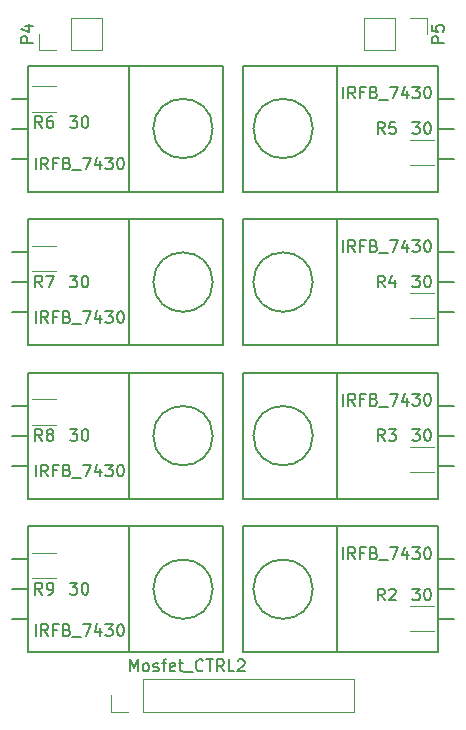
<source format=gbr>
G04 #@! TF.FileFunction,Legend,Top*
%FSLAX46Y46*%
G04 Gerber Fmt 4.6, Leading zero omitted, Abs format (unit mm)*
G04 Created by KiCad (PCBNEW 4.0.4-stable) date 03/07/19 13:46:32*
%MOMM*%
%LPD*%
G01*
G04 APERTURE LIST*
%ADD10C,0.100000*%
%ADD11C,0.150000*%
%ADD12C,0.120000*%
G04 APERTURE END LIST*
D10*
X42300000Y10400000D02*
X42300000Y10800000D01*
X42300000Y9200000D02*
X42300000Y10400000D01*
X42300000Y9500000D02*
X42300000Y9200000D01*
D11*
X42317000Y47460000D02*
X43714000Y47460000D01*
X42317000Y50000000D02*
X43714000Y50000000D01*
X42317000Y52540000D02*
X43714000Y52540000D01*
X31750472Y50000000D02*
G75*
G03X31750472Y50000000I-2514472J0D01*
G01*
X33808000Y55334000D02*
X25807000Y55334000D01*
X25807000Y55334000D02*
X25807000Y44666000D01*
X25807000Y44666000D02*
X33808000Y44666000D01*
X42317000Y55334000D02*
X33808000Y55334000D01*
X33808000Y55334000D02*
X33808000Y44666000D01*
X33808000Y44666000D02*
X42317000Y44666000D01*
X42317000Y50000000D02*
X42317000Y44666000D01*
X42317000Y50000000D02*
X42317000Y55334000D01*
X7683000Y39540000D02*
X6286000Y39540000D01*
X7683000Y37000000D02*
X6286000Y37000000D01*
X7683000Y34460000D02*
X6286000Y34460000D01*
X23278472Y37000000D02*
G75*
G03X23278472Y37000000I-2514472J0D01*
G01*
X16192000Y31666000D02*
X24193000Y31666000D01*
X24193000Y31666000D02*
X24193000Y42334000D01*
X24193000Y42334000D02*
X16192000Y42334000D01*
X7683000Y31666000D02*
X16192000Y31666000D01*
X16192000Y31666000D02*
X16192000Y42334000D01*
X16192000Y42334000D02*
X7683000Y42334000D01*
X7683000Y37000000D02*
X7683000Y42334000D01*
X7683000Y37000000D02*
X7683000Y31666000D01*
X42317000Y34460000D02*
X43714000Y34460000D01*
X42317000Y37000000D02*
X43714000Y37000000D01*
X42317000Y39540000D02*
X43714000Y39540000D01*
X31750472Y37000000D02*
G75*
G03X31750472Y37000000I-2514472J0D01*
G01*
X33808000Y42334000D02*
X25807000Y42334000D01*
X25807000Y42334000D02*
X25807000Y31666000D01*
X25807000Y31666000D02*
X33808000Y31666000D01*
X42317000Y42334000D02*
X33808000Y42334000D01*
X33808000Y42334000D02*
X33808000Y31666000D01*
X33808000Y31666000D02*
X42317000Y31666000D01*
X42317000Y37000000D02*
X42317000Y31666000D01*
X42317000Y37000000D02*
X42317000Y42334000D01*
X7683000Y52540000D02*
X6286000Y52540000D01*
X7683000Y50000000D02*
X6286000Y50000000D01*
X7683000Y47460000D02*
X6286000Y47460000D01*
X23278472Y50000000D02*
G75*
G03X23278472Y50000000I-2514472J0D01*
G01*
X16192000Y44666000D02*
X24193000Y44666000D01*
X24193000Y44666000D02*
X24193000Y55334000D01*
X24193000Y55334000D02*
X16192000Y55334000D01*
X7683000Y44666000D02*
X16192000Y44666000D01*
X16192000Y44666000D02*
X16192000Y55334000D01*
X16192000Y55334000D02*
X7683000Y55334000D01*
X7683000Y50000000D02*
X7683000Y55334000D01*
X7683000Y50000000D02*
X7683000Y44666000D01*
D12*
X11270000Y56610000D02*
X13930000Y56610000D01*
X13930000Y56610000D02*
X13930000Y59390000D01*
X13930000Y59390000D02*
X11270000Y59390000D01*
X11270000Y59390000D02*
X11270000Y56610000D01*
X10000000Y56610000D02*
X8610000Y56610000D01*
X8610000Y56610000D02*
X8610000Y58000000D01*
X38730000Y59390000D02*
X36070000Y59390000D01*
X36070000Y59390000D02*
X36070000Y56610000D01*
X36070000Y56610000D02*
X38730000Y56610000D01*
X38730000Y56610000D02*
X38730000Y59390000D01*
X40000000Y59390000D02*
X41390000Y59390000D01*
X41390000Y59390000D02*
X41390000Y58000000D01*
D11*
X42317000Y8460000D02*
X43714000Y8460000D01*
X42317000Y11000000D02*
X43714000Y11000000D01*
X42317000Y13540000D02*
X43714000Y13540000D01*
X31750472Y11000000D02*
G75*
G03X31750472Y11000000I-2514472J0D01*
G01*
X33808000Y16334000D02*
X25807000Y16334000D01*
X25807000Y16334000D02*
X25807000Y5666000D01*
X25807000Y5666000D02*
X33808000Y5666000D01*
X42317000Y16334000D02*
X33808000Y16334000D01*
X33808000Y16334000D02*
X33808000Y5666000D01*
X33808000Y5666000D02*
X42317000Y5666000D01*
X42317000Y11000000D02*
X42317000Y5666000D01*
X42317000Y11000000D02*
X42317000Y16334000D01*
X42317000Y21460000D02*
X43714000Y21460000D01*
X42317000Y24000000D02*
X43714000Y24000000D01*
X42317000Y26540000D02*
X43714000Y26540000D01*
X31750472Y24000000D02*
G75*
G03X31750472Y24000000I-2514472J0D01*
G01*
X33808000Y29334000D02*
X25807000Y29334000D01*
X25807000Y29334000D02*
X25807000Y18666000D01*
X25807000Y18666000D02*
X33808000Y18666000D01*
X42317000Y29334000D02*
X33808000Y29334000D01*
X33808000Y29334000D02*
X33808000Y18666000D01*
X33808000Y18666000D02*
X42317000Y18666000D01*
X42317000Y24000000D02*
X42317000Y18666000D01*
X42317000Y24000000D02*
X42317000Y29334000D01*
X7683000Y26540000D02*
X6286000Y26540000D01*
X7683000Y24000000D02*
X6286000Y24000000D01*
X7683000Y21460000D02*
X6286000Y21460000D01*
X23278472Y24000000D02*
G75*
G03X23278472Y24000000I-2514472J0D01*
G01*
X16192000Y18666000D02*
X24193000Y18666000D01*
X24193000Y18666000D02*
X24193000Y29334000D01*
X24193000Y29334000D02*
X16192000Y29334000D01*
X7683000Y18666000D02*
X16192000Y18666000D01*
X16192000Y18666000D02*
X16192000Y29334000D01*
X16192000Y29334000D02*
X7683000Y29334000D01*
X7683000Y24000000D02*
X7683000Y29334000D01*
X7683000Y24000000D02*
X7683000Y18666000D01*
X7683000Y13540000D02*
X6286000Y13540000D01*
X7683000Y11000000D02*
X6286000Y11000000D01*
X7683000Y8460000D02*
X6286000Y8460000D01*
X23278472Y11000000D02*
G75*
G03X23278472Y11000000I-2514472J0D01*
G01*
X16192000Y5666000D02*
X24193000Y5666000D01*
X24193000Y5666000D02*
X24193000Y16334000D01*
X24193000Y16334000D02*
X16192000Y16334000D01*
X7683000Y5666000D02*
X16192000Y5666000D01*
X16192000Y5666000D02*
X16192000Y16334000D01*
X16192000Y16334000D02*
X7683000Y16334000D01*
X7683000Y11000000D02*
X7683000Y16334000D01*
X7683000Y11000000D02*
X7683000Y5666000D01*
D12*
X17370000Y610000D02*
X35270000Y610000D01*
X35270000Y610000D02*
X35270000Y3390000D01*
X35270000Y3390000D02*
X17370000Y3390000D01*
X17370000Y3390000D02*
X17370000Y610000D01*
X16100000Y610000D02*
X14710000Y610000D01*
X14710000Y610000D02*
X14710000Y2000000D01*
X40000000Y9570000D02*
X42000000Y9570000D01*
X42000000Y7430000D02*
X40000000Y7430000D01*
X40000000Y23070000D02*
X42000000Y23070000D01*
X42000000Y20930000D02*
X40000000Y20930000D01*
X40000000Y36070000D02*
X42000000Y36070000D01*
X42000000Y33930000D02*
X40000000Y33930000D01*
X40000000Y49070000D02*
X42000000Y49070000D01*
X42000000Y46930000D02*
X40000000Y46930000D01*
X10000000Y51430000D02*
X8000000Y51430000D01*
X8000000Y53570000D02*
X10000000Y53570000D01*
X10000000Y37930000D02*
X8000000Y37930000D01*
X8000000Y40070000D02*
X10000000Y40070000D01*
X10000000Y24930000D02*
X8000000Y24930000D01*
X8000000Y27070000D02*
X10000000Y27070000D01*
X10000000Y11930000D02*
X8000000Y11930000D01*
X8000000Y14070000D02*
X10000000Y14070000D01*
D11*
X34285714Y52547619D02*
X34285714Y53547619D01*
X35333333Y52547619D02*
X34999999Y53023810D01*
X34761904Y52547619D02*
X34761904Y53547619D01*
X35142857Y53547619D01*
X35238095Y53500000D01*
X35285714Y53452381D01*
X35333333Y53357143D01*
X35333333Y53214286D01*
X35285714Y53119048D01*
X35238095Y53071429D01*
X35142857Y53023810D01*
X34761904Y53023810D01*
X36095238Y53071429D02*
X35761904Y53071429D01*
X35761904Y52547619D02*
X35761904Y53547619D01*
X36238095Y53547619D01*
X36952381Y53071429D02*
X37095238Y53023810D01*
X37142857Y52976190D01*
X37190476Y52880952D01*
X37190476Y52738095D01*
X37142857Y52642857D01*
X37095238Y52595238D01*
X37000000Y52547619D01*
X36619047Y52547619D01*
X36619047Y53547619D01*
X36952381Y53547619D01*
X37047619Y53500000D01*
X37095238Y53452381D01*
X37142857Y53357143D01*
X37142857Y53261905D01*
X37095238Y53166667D01*
X37047619Y53119048D01*
X36952381Y53071429D01*
X36619047Y53071429D01*
X37380952Y52452381D02*
X38142857Y52452381D01*
X38285714Y53547619D02*
X38952381Y53547619D01*
X38523809Y52547619D01*
X39761905Y53214286D02*
X39761905Y52547619D01*
X39523809Y53595238D02*
X39285714Y52880952D01*
X39904762Y52880952D01*
X40190476Y53547619D02*
X40809524Y53547619D01*
X40476190Y53166667D01*
X40619048Y53166667D01*
X40714286Y53119048D01*
X40761905Y53071429D01*
X40809524Y52976190D01*
X40809524Y52738095D01*
X40761905Y52642857D01*
X40714286Y52595238D01*
X40619048Y52547619D01*
X40333333Y52547619D01*
X40238095Y52595238D01*
X40190476Y52642857D01*
X41428571Y53547619D02*
X41523810Y53547619D01*
X41619048Y53500000D01*
X41666667Y53452381D01*
X41714286Y53357143D01*
X41761905Y53166667D01*
X41761905Y52928571D01*
X41714286Y52738095D01*
X41666667Y52642857D01*
X41619048Y52595238D01*
X41523810Y52547619D01*
X41428571Y52547619D01*
X41333333Y52595238D01*
X41285714Y52642857D01*
X41238095Y52738095D01*
X41190476Y52928571D01*
X41190476Y53166667D01*
X41238095Y53357143D01*
X41285714Y53452381D01*
X41333333Y53500000D01*
X41428571Y53547619D01*
X8285714Y33547619D02*
X8285714Y34547619D01*
X9333333Y33547619D02*
X8999999Y34023810D01*
X8761904Y33547619D02*
X8761904Y34547619D01*
X9142857Y34547619D01*
X9238095Y34500000D01*
X9285714Y34452381D01*
X9333333Y34357143D01*
X9333333Y34214286D01*
X9285714Y34119048D01*
X9238095Y34071429D01*
X9142857Y34023810D01*
X8761904Y34023810D01*
X10095238Y34071429D02*
X9761904Y34071429D01*
X9761904Y33547619D02*
X9761904Y34547619D01*
X10238095Y34547619D01*
X10952381Y34071429D02*
X11095238Y34023810D01*
X11142857Y33976190D01*
X11190476Y33880952D01*
X11190476Y33738095D01*
X11142857Y33642857D01*
X11095238Y33595238D01*
X11000000Y33547619D01*
X10619047Y33547619D01*
X10619047Y34547619D01*
X10952381Y34547619D01*
X11047619Y34500000D01*
X11095238Y34452381D01*
X11142857Y34357143D01*
X11142857Y34261905D01*
X11095238Y34166667D01*
X11047619Y34119048D01*
X10952381Y34071429D01*
X10619047Y34071429D01*
X11380952Y33452381D02*
X12142857Y33452381D01*
X12285714Y34547619D02*
X12952381Y34547619D01*
X12523809Y33547619D01*
X13761905Y34214286D02*
X13761905Y33547619D01*
X13523809Y34595238D02*
X13285714Y33880952D01*
X13904762Y33880952D01*
X14190476Y34547619D02*
X14809524Y34547619D01*
X14476190Y34166667D01*
X14619048Y34166667D01*
X14714286Y34119048D01*
X14761905Y34071429D01*
X14809524Y33976190D01*
X14809524Y33738095D01*
X14761905Y33642857D01*
X14714286Y33595238D01*
X14619048Y33547619D01*
X14333333Y33547619D01*
X14238095Y33595238D01*
X14190476Y33642857D01*
X15428571Y34547619D02*
X15523810Y34547619D01*
X15619048Y34500000D01*
X15666667Y34452381D01*
X15714286Y34357143D01*
X15761905Y34166667D01*
X15761905Y33928571D01*
X15714286Y33738095D01*
X15666667Y33642857D01*
X15619048Y33595238D01*
X15523810Y33547619D01*
X15428571Y33547619D01*
X15333333Y33595238D01*
X15285714Y33642857D01*
X15238095Y33738095D01*
X15190476Y33928571D01*
X15190476Y34166667D01*
X15238095Y34357143D01*
X15285714Y34452381D01*
X15333333Y34500000D01*
X15428571Y34547619D01*
X34285714Y39547619D02*
X34285714Y40547619D01*
X35333333Y39547619D02*
X34999999Y40023810D01*
X34761904Y39547619D02*
X34761904Y40547619D01*
X35142857Y40547619D01*
X35238095Y40500000D01*
X35285714Y40452381D01*
X35333333Y40357143D01*
X35333333Y40214286D01*
X35285714Y40119048D01*
X35238095Y40071429D01*
X35142857Y40023810D01*
X34761904Y40023810D01*
X36095238Y40071429D02*
X35761904Y40071429D01*
X35761904Y39547619D02*
X35761904Y40547619D01*
X36238095Y40547619D01*
X36952381Y40071429D02*
X37095238Y40023810D01*
X37142857Y39976190D01*
X37190476Y39880952D01*
X37190476Y39738095D01*
X37142857Y39642857D01*
X37095238Y39595238D01*
X37000000Y39547619D01*
X36619047Y39547619D01*
X36619047Y40547619D01*
X36952381Y40547619D01*
X37047619Y40500000D01*
X37095238Y40452381D01*
X37142857Y40357143D01*
X37142857Y40261905D01*
X37095238Y40166667D01*
X37047619Y40119048D01*
X36952381Y40071429D01*
X36619047Y40071429D01*
X37380952Y39452381D02*
X38142857Y39452381D01*
X38285714Y40547619D02*
X38952381Y40547619D01*
X38523809Y39547619D01*
X39761905Y40214286D02*
X39761905Y39547619D01*
X39523809Y40595238D02*
X39285714Y39880952D01*
X39904762Y39880952D01*
X40190476Y40547619D02*
X40809524Y40547619D01*
X40476190Y40166667D01*
X40619048Y40166667D01*
X40714286Y40119048D01*
X40761905Y40071429D01*
X40809524Y39976190D01*
X40809524Y39738095D01*
X40761905Y39642857D01*
X40714286Y39595238D01*
X40619048Y39547619D01*
X40333333Y39547619D01*
X40238095Y39595238D01*
X40190476Y39642857D01*
X41428571Y40547619D02*
X41523810Y40547619D01*
X41619048Y40500000D01*
X41666667Y40452381D01*
X41714286Y40357143D01*
X41761905Y40166667D01*
X41761905Y39928571D01*
X41714286Y39738095D01*
X41666667Y39642857D01*
X41619048Y39595238D01*
X41523810Y39547619D01*
X41428571Y39547619D01*
X41333333Y39595238D01*
X41285714Y39642857D01*
X41238095Y39738095D01*
X41190476Y39928571D01*
X41190476Y40166667D01*
X41238095Y40357143D01*
X41285714Y40452381D01*
X41333333Y40500000D01*
X41428571Y40547619D01*
X8285714Y46547619D02*
X8285714Y47547619D01*
X9333333Y46547619D02*
X8999999Y47023810D01*
X8761904Y46547619D02*
X8761904Y47547619D01*
X9142857Y47547619D01*
X9238095Y47500000D01*
X9285714Y47452381D01*
X9333333Y47357143D01*
X9333333Y47214286D01*
X9285714Y47119048D01*
X9238095Y47071429D01*
X9142857Y47023810D01*
X8761904Y47023810D01*
X10095238Y47071429D02*
X9761904Y47071429D01*
X9761904Y46547619D02*
X9761904Y47547619D01*
X10238095Y47547619D01*
X10952381Y47071429D02*
X11095238Y47023810D01*
X11142857Y46976190D01*
X11190476Y46880952D01*
X11190476Y46738095D01*
X11142857Y46642857D01*
X11095238Y46595238D01*
X11000000Y46547619D01*
X10619047Y46547619D01*
X10619047Y47547619D01*
X10952381Y47547619D01*
X11047619Y47500000D01*
X11095238Y47452381D01*
X11142857Y47357143D01*
X11142857Y47261905D01*
X11095238Y47166667D01*
X11047619Y47119048D01*
X10952381Y47071429D01*
X10619047Y47071429D01*
X11380952Y46452381D02*
X12142857Y46452381D01*
X12285714Y47547619D02*
X12952381Y47547619D01*
X12523809Y46547619D01*
X13761905Y47214286D02*
X13761905Y46547619D01*
X13523809Y47595238D02*
X13285714Y46880952D01*
X13904762Y46880952D01*
X14190476Y47547619D02*
X14809524Y47547619D01*
X14476190Y47166667D01*
X14619048Y47166667D01*
X14714286Y47119048D01*
X14761905Y47071429D01*
X14809524Y46976190D01*
X14809524Y46738095D01*
X14761905Y46642857D01*
X14714286Y46595238D01*
X14619048Y46547619D01*
X14333333Y46547619D01*
X14238095Y46595238D01*
X14190476Y46642857D01*
X15428571Y47547619D02*
X15523810Y47547619D01*
X15619048Y47500000D01*
X15666667Y47452381D01*
X15714286Y47357143D01*
X15761905Y47166667D01*
X15761905Y46928571D01*
X15714286Y46738095D01*
X15666667Y46642857D01*
X15619048Y46595238D01*
X15523810Y46547619D01*
X15428571Y46547619D01*
X15333333Y46595238D01*
X15285714Y46642857D01*
X15238095Y46738095D01*
X15190476Y46928571D01*
X15190476Y47166667D01*
X15238095Y47357143D01*
X15285714Y47452381D01*
X15333333Y47500000D01*
X15428571Y47547619D01*
X8062381Y57261905D02*
X7062381Y57261905D01*
X7062381Y57642858D01*
X7110000Y57738096D01*
X7157619Y57785715D01*
X7252857Y57833334D01*
X7395714Y57833334D01*
X7490952Y57785715D01*
X7538571Y57738096D01*
X7586190Y57642858D01*
X7586190Y57261905D01*
X7395714Y58690477D02*
X8062381Y58690477D01*
X7014762Y58452381D02*
X7729048Y58214286D01*
X7729048Y58833334D01*
X42842381Y57261905D02*
X41842381Y57261905D01*
X41842381Y57642858D01*
X41890000Y57738096D01*
X41937619Y57785715D01*
X42032857Y57833334D01*
X42175714Y57833334D01*
X42270952Y57785715D01*
X42318571Y57738096D01*
X42366190Y57642858D01*
X42366190Y57261905D01*
X41842381Y58738096D02*
X41842381Y58261905D01*
X42318571Y58214286D01*
X42270952Y58261905D01*
X42223333Y58357143D01*
X42223333Y58595239D01*
X42270952Y58690477D01*
X42318571Y58738096D01*
X42413810Y58785715D01*
X42651905Y58785715D01*
X42747143Y58738096D01*
X42794762Y58690477D01*
X42842381Y58595239D01*
X42842381Y58357143D01*
X42794762Y58261905D01*
X42747143Y58214286D01*
X34285714Y13547619D02*
X34285714Y14547619D01*
X35333333Y13547619D02*
X34999999Y14023810D01*
X34761904Y13547619D02*
X34761904Y14547619D01*
X35142857Y14547619D01*
X35238095Y14500000D01*
X35285714Y14452381D01*
X35333333Y14357143D01*
X35333333Y14214286D01*
X35285714Y14119048D01*
X35238095Y14071429D01*
X35142857Y14023810D01*
X34761904Y14023810D01*
X36095238Y14071429D02*
X35761904Y14071429D01*
X35761904Y13547619D02*
X35761904Y14547619D01*
X36238095Y14547619D01*
X36952381Y14071429D02*
X37095238Y14023810D01*
X37142857Y13976190D01*
X37190476Y13880952D01*
X37190476Y13738095D01*
X37142857Y13642857D01*
X37095238Y13595238D01*
X37000000Y13547619D01*
X36619047Y13547619D01*
X36619047Y14547619D01*
X36952381Y14547619D01*
X37047619Y14500000D01*
X37095238Y14452381D01*
X37142857Y14357143D01*
X37142857Y14261905D01*
X37095238Y14166667D01*
X37047619Y14119048D01*
X36952381Y14071429D01*
X36619047Y14071429D01*
X37380952Y13452381D02*
X38142857Y13452381D01*
X38285714Y14547619D02*
X38952381Y14547619D01*
X38523809Y13547619D01*
X39761905Y14214286D02*
X39761905Y13547619D01*
X39523809Y14595238D02*
X39285714Y13880952D01*
X39904762Y13880952D01*
X40190476Y14547619D02*
X40809524Y14547619D01*
X40476190Y14166667D01*
X40619048Y14166667D01*
X40714286Y14119048D01*
X40761905Y14071429D01*
X40809524Y13976190D01*
X40809524Y13738095D01*
X40761905Y13642857D01*
X40714286Y13595238D01*
X40619048Y13547619D01*
X40333333Y13547619D01*
X40238095Y13595238D01*
X40190476Y13642857D01*
X41428571Y14547619D02*
X41523810Y14547619D01*
X41619048Y14500000D01*
X41666667Y14452381D01*
X41714286Y14357143D01*
X41761905Y14166667D01*
X41761905Y13928571D01*
X41714286Y13738095D01*
X41666667Y13642857D01*
X41619048Y13595238D01*
X41523810Y13547619D01*
X41428571Y13547619D01*
X41333333Y13595238D01*
X41285714Y13642857D01*
X41238095Y13738095D01*
X41190476Y13928571D01*
X41190476Y14166667D01*
X41238095Y14357143D01*
X41285714Y14452381D01*
X41333333Y14500000D01*
X41428571Y14547619D01*
X34285714Y26547619D02*
X34285714Y27547619D01*
X35333333Y26547619D02*
X34999999Y27023810D01*
X34761904Y26547619D02*
X34761904Y27547619D01*
X35142857Y27547619D01*
X35238095Y27500000D01*
X35285714Y27452381D01*
X35333333Y27357143D01*
X35333333Y27214286D01*
X35285714Y27119048D01*
X35238095Y27071429D01*
X35142857Y27023810D01*
X34761904Y27023810D01*
X36095238Y27071429D02*
X35761904Y27071429D01*
X35761904Y26547619D02*
X35761904Y27547619D01*
X36238095Y27547619D01*
X36952381Y27071429D02*
X37095238Y27023810D01*
X37142857Y26976190D01*
X37190476Y26880952D01*
X37190476Y26738095D01*
X37142857Y26642857D01*
X37095238Y26595238D01*
X37000000Y26547619D01*
X36619047Y26547619D01*
X36619047Y27547619D01*
X36952381Y27547619D01*
X37047619Y27500000D01*
X37095238Y27452381D01*
X37142857Y27357143D01*
X37142857Y27261905D01*
X37095238Y27166667D01*
X37047619Y27119048D01*
X36952381Y27071429D01*
X36619047Y27071429D01*
X37380952Y26452381D02*
X38142857Y26452381D01*
X38285714Y27547619D02*
X38952381Y27547619D01*
X38523809Y26547619D01*
X39761905Y27214286D02*
X39761905Y26547619D01*
X39523809Y27595238D02*
X39285714Y26880952D01*
X39904762Y26880952D01*
X40190476Y27547619D02*
X40809524Y27547619D01*
X40476190Y27166667D01*
X40619048Y27166667D01*
X40714286Y27119048D01*
X40761905Y27071429D01*
X40809524Y26976190D01*
X40809524Y26738095D01*
X40761905Y26642857D01*
X40714286Y26595238D01*
X40619048Y26547619D01*
X40333333Y26547619D01*
X40238095Y26595238D01*
X40190476Y26642857D01*
X41428571Y27547619D02*
X41523810Y27547619D01*
X41619048Y27500000D01*
X41666667Y27452381D01*
X41714286Y27357143D01*
X41761905Y27166667D01*
X41761905Y26928571D01*
X41714286Y26738095D01*
X41666667Y26642857D01*
X41619048Y26595238D01*
X41523810Y26547619D01*
X41428571Y26547619D01*
X41333333Y26595238D01*
X41285714Y26642857D01*
X41238095Y26738095D01*
X41190476Y26928571D01*
X41190476Y27166667D01*
X41238095Y27357143D01*
X41285714Y27452381D01*
X41333333Y27500000D01*
X41428571Y27547619D01*
X8285714Y20547619D02*
X8285714Y21547619D01*
X9333333Y20547619D02*
X8999999Y21023810D01*
X8761904Y20547619D02*
X8761904Y21547619D01*
X9142857Y21547619D01*
X9238095Y21500000D01*
X9285714Y21452381D01*
X9333333Y21357143D01*
X9333333Y21214286D01*
X9285714Y21119048D01*
X9238095Y21071429D01*
X9142857Y21023810D01*
X8761904Y21023810D01*
X10095238Y21071429D02*
X9761904Y21071429D01*
X9761904Y20547619D02*
X9761904Y21547619D01*
X10238095Y21547619D01*
X10952381Y21071429D02*
X11095238Y21023810D01*
X11142857Y20976190D01*
X11190476Y20880952D01*
X11190476Y20738095D01*
X11142857Y20642857D01*
X11095238Y20595238D01*
X11000000Y20547619D01*
X10619047Y20547619D01*
X10619047Y21547619D01*
X10952381Y21547619D01*
X11047619Y21500000D01*
X11095238Y21452381D01*
X11142857Y21357143D01*
X11142857Y21261905D01*
X11095238Y21166667D01*
X11047619Y21119048D01*
X10952381Y21071429D01*
X10619047Y21071429D01*
X11380952Y20452381D02*
X12142857Y20452381D01*
X12285714Y21547619D02*
X12952381Y21547619D01*
X12523809Y20547619D01*
X13761905Y21214286D02*
X13761905Y20547619D01*
X13523809Y21595238D02*
X13285714Y20880952D01*
X13904762Y20880952D01*
X14190476Y21547619D02*
X14809524Y21547619D01*
X14476190Y21166667D01*
X14619048Y21166667D01*
X14714286Y21119048D01*
X14761905Y21071429D01*
X14809524Y20976190D01*
X14809524Y20738095D01*
X14761905Y20642857D01*
X14714286Y20595238D01*
X14619048Y20547619D01*
X14333333Y20547619D01*
X14238095Y20595238D01*
X14190476Y20642857D01*
X15428571Y21547619D02*
X15523810Y21547619D01*
X15619048Y21500000D01*
X15666667Y21452381D01*
X15714286Y21357143D01*
X15761905Y21166667D01*
X15761905Y20928571D01*
X15714286Y20738095D01*
X15666667Y20642857D01*
X15619048Y20595238D01*
X15523810Y20547619D01*
X15428571Y20547619D01*
X15333333Y20595238D01*
X15285714Y20642857D01*
X15238095Y20738095D01*
X15190476Y20928571D01*
X15190476Y21166667D01*
X15238095Y21357143D01*
X15285714Y21452381D01*
X15333333Y21500000D01*
X15428571Y21547619D01*
X8285714Y7047619D02*
X8285714Y8047619D01*
X9333333Y7047619D02*
X8999999Y7523810D01*
X8761904Y7047619D02*
X8761904Y8047619D01*
X9142857Y8047619D01*
X9238095Y8000000D01*
X9285714Y7952381D01*
X9333333Y7857143D01*
X9333333Y7714286D01*
X9285714Y7619048D01*
X9238095Y7571429D01*
X9142857Y7523810D01*
X8761904Y7523810D01*
X10095238Y7571429D02*
X9761904Y7571429D01*
X9761904Y7047619D02*
X9761904Y8047619D01*
X10238095Y8047619D01*
X10952381Y7571429D02*
X11095238Y7523810D01*
X11142857Y7476190D01*
X11190476Y7380952D01*
X11190476Y7238095D01*
X11142857Y7142857D01*
X11095238Y7095238D01*
X11000000Y7047619D01*
X10619047Y7047619D01*
X10619047Y8047619D01*
X10952381Y8047619D01*
X11047619Y8000000D01*
X11095238Y7952381D01*
X11142857Y7857143D01*
X11142857Y7761905D01*
X11095238Y7666667D01*
X11047619Y7619048D01*
X10952381Y7571429D01*
X10619047Y7571429D01*
X11380952Y6952381D02*
X12142857Y6952381D01*
X12285714Y8047619D02*
X12952381Y8047619D01*
X12523809Y7047619D01*
X13761905Y7714286D02*
X13761905Y7047619D01*
X13523809Y8095238D02*
X13285714Y7380952D01*
X13904762Y7380952D01*
X14190476Y8047619D02*
X14809524Y8047619D01*
X14476190Y7666667D01*
X14619048Y7666667D01*
X14714286Y7619048D01*
X14761905Y7571429D01*
X14809524Y7476190D01*
X14809524Y7238095D01*
X14761905Y7142857D01*
X14714286Y7095238D01*
X14619048Y7047619D01*
X14333333Y7047619D01*
X14238095Y7095238D01*
X14190476Y7142857D01*
X15428571Y8047619D02*
X15523810Y8047619D01*
X15619048Y8000000D01*
X15666667Y7952381D01*
X15714286Y7857143D01*
X15761905Y7666667D01*
X15761905Y7428571D01*
X15714286Y7238095D01*
X15666667Y7142857D01*
X15619048Y7095238D01*
X15523810Y7047619D01*
X15428571Y7047619D01*
X15333333Y7095238D01*
X15285714Y7142857D01*
X15238095Y7238095D01*
X15190476Y7428571D01*
X15190476Y7666667D01*
X15238095Y7857143D01*
X15285714Y7952381D01*
X15333333Y8000000D01*
X15428571Y8047619D01*
X16266666Y4047619D02*
X16266666Y5047619D01*
X16600000Y4333333D01*
X16933333Y5047619D01*
X16933333Y4047619D01*
X17552380Y4047619D02*
X17457142Y4095238D01*
X17409523Y4142857D01*
X17361904Y4238095D01*
X17361904Y4523810D01*
X17409523Y4619048D01*
X17457142Y4666667D01*
X17552380Y4714286D01*
X17695238Y4714286D01*
X17790476Y4666667D01*
X17838095Y4619048D01*
X17885714Y4523810D01*
X17885714Y4238095D01*
X17838095Y4142857D01*
X17790476Y4095238D01*
X17695238Y4047619D01*
X17552380Y4047619D01*
X18266666Y4095238D02*
X18361904Y4047619D01*
X18552380Y4047619D01*
X18647619Y4095238D01*
X18695238Y4190476D01*
X18695238Y4238095D01*
X18647619Y4333333D01*
X18552380Y4380952D01*
X18409523Y4380952D01*
X18314285Y4428571D01*
X18266666Y4523810D01*
X18266666Y4571429D01*
X18314285Y4666667D01*
X18409523Y4714286D01*
X18552380Y4714286D01*
X18647619Y4666667D01*
X18980952Y4714286D02*
X19361904Y4714286D01*
X19123809Y4047619D02*
X19123809Y4904762D01*
X19171428Y5000000D01*
X19266666Y5047619D01*
X19361904Y5047619D01*
X20076191Y4095238D02*
X19980953Y4047619D01*
X19790476Y4047619D01*
X19695238Y4095238D01*
X19647619Y4190476D01*
X19647619Y4571429D01*
X19695238Y4666667D01*
X19790476Y4714286D01*
X19980953Y4714286D01*
X20076191Y4666667D01*
X20123810Y4571429D01*
X20123810Y4476190D01*
X19647619Y4380952D01*
X20409524Y4714286D02*
X20790476Y4714286D01*
X20552381Y5047619D02*
X20552381Y4190476D01*
X20600000Y4095238D01*
X20695238Y4047619D01*
X20790476Y4047619D01*
X20885715Y3952381D02*
X21647620Y3952381D01*
X22457144Y4142857D02*
X22409525Y4095238D01*
X22266668Y4047619D01*
X22171430Y4047619D01*
X22028572Y4095238D01*
X21933334Y4190476D01*
X21885715Y4285714D01*
X21838096Y4476190D01*
X21838096Y4619048D01*
X21885715Y4809524D01*
X21933334Y4904762D01*
X22028572Y5000000D01*
X22171430Y5047619D01*
X22266668Y5047619D01*
X22409525Y5000000D01*
X22457144Y4952381D01*
X22742858Y5047619D02*
X23314287Y5047619D01*
X23028572Y4047619D02*
X23028572Y5047619D01*
X24219049Y4047619D02*
X23885715Y4523810D01*
X23647620Y4047619D02*
X23647620Y5047619D01*
X24028573Y5047619D01*
X24123811Y5000000D01*
X24171430Y4952381D01*
X24219049Y4857143D01*
X24219049Y4714286D01*
X24171430Y4619048D01*
X24123811Y4571429D01*
X24028573Y4523810D01*
X23647620Y4523810D01*
X25123811Y4047619D02*
X24647620Y4047619D01*
X24647620Y5047619D01*
X25409525Y4952381D02*
X25457144Y5000000D01*
X25552382Y5047619D01*
X25790478Y5047619D01*
X25885716Y5000000D01*
X25933335Y4952381D01*
X25980954Y4857143D01*
X25980954Y4761905D01*
X25933335Y4619048D01*
X25361906Y4047619D01*
X25980954Y4047619D01*
X37833334Y10047619D02*
X37500000Y10523810D01*
X37261905Y10047619D02*
X37261905Y11047619D01*
X37642858Y11047619D01*
X37738096Y11000000D01*
X37785715Y10952381D01*
X37833334Y10857143D01*
X37833334Y10714286D01*
X37785715Y10619048D01*
X37738096Y10571429D01*
X37642858Y10523810D01*
X37261905Y10523810D01*
X38214286Y10952381D02*
X38261905Y11000000D01*
X38357143Y11047619D01*
X38595239Y11047619D01*
X38690477Y11000000D01*
X38738096Y10952381D01*
X38785715Y10857143D01*
X38785715Y10761905D01*
X38738096Y10619048D01*
X38166667Y10047619D01*
X38785715Y10047619D01*
X40190476Y11047619D02*
X40809524Y11047619D01*
X40476190Y10666667D01*
X40619048Y10666667D01*
X40714286Y10619048D01*
X40761905Y10571429D01*
X40809524Y10476190D01*
X40809524Y10238095D01*
X40761905Y10142857D01*
X40714286Y10095238D01*
X40619048Y10047619D01*
X40333333Y10047619D01*
X40238095Y10095238D01*
X40190476Y10142857D01*
X41428571Y11047619D02*
X41523810Y11047619D01*
X41619048Y11000000D01*
X41666667Y10952381D01*
X41714286Y10857143D01*
X41761905Y10666667D01*
X41761905Y10428571D01*
X41714286Y10238095D01*
X41666667Y10142857D01*
X41619048Y10095238D01*
X41523810Y10047619D01*
X41428571Y10047619D01*
X41333333Y10095238D01*
X41285714Y10142857D01*
X41238095Y10238095D01*
X41190476Y10428571D01*
X41190476Y10666667D01*
X41238095Y10857143D01*
X41285714Y10952381D01*
X41333333Y11000000D01*
X41428571Y11047619D01*
X37833334Y23547619D02*
X37500000Y24023810D01*
X37261905Y23547619D02*
X37261905Y24547619D01*
X37642858Y24547619D01*
X37738096Y24500000D01*
X37785715Y24452381D01*
X37833334Y24357143D01*
X37833334Y24214286D01*
X37785715Y24119048D01*
X37738096Y24071429D01*
X37642858Y24023810D01*
X37261905Y24023810D01*
X38166667Y24547619D02*
X38785715Y24547619D01*
X38452381Y24166667D01*
X38595239Y24166667D01*
X38690477Y24119048D01*
X38738096Y24071429D01*
X38785715Y23976190D01*
X38785715Y23738095D01*
X38738096Y23642857D01*
X38690477Y23595238D01*
X38595239Y23547619D01*
X38309524Y23547619D01*
X38214286Y23595238D01*
X38166667Y23642857D01*
X40190476Y24547619D02*
X40809524Y24547619D01*
X40476190Y24166667D01*
X40619048Y24166667D01*
X40714286Y24119048D01*
X40761905Y24071429D01*
X40809524Y23976190D01*
X40809524Y23738095D01*
X40761905Y23642857D01*
X40714286Y23595238D01*
X40619048Y23547619D01*
X40333333Y23547619D01*
X40238095Y23595238D01*
X40190476Y23642857D01*
X41428571Y24547619D02*
X41523810Y24547619D01*
X41619048Y24500000D01*
X41666667Y24452381D01*
X41714286Y24357143D01*
X41761905Y24166667D01*
X41761905Y23928571D01*
X41714286Y23738095D01*
X41666667Y23642857D01*
X41619048Y23595238D01*
X41523810Y23547619D01*
X41428571Y23547619D01*
X41333333Y23595238D01*
X41285714Y23642857D01*
X41238095Y23738095D01*
X41190476Y23928571D01*
X41190476Y24166667D01*
X41238095Y24357143D01*
X41285714Y24452381D01*
X41333333Y24500000D01*
X41428571Y24547619D01*
X37833334Y36547619D02*
X37500000Y37023810D01*
X37261905Y36547619D02*
X37261905Y37547619D01*
X37642858Y37547619D01*
X37738096Y37500000D01*
X37785715Y37452381D01*
X37833334Y37357143D01*
X37833334Y37214286D01*
X37785715Y37119048D01*
X37738096Y37071429D01*
X37642858Y37023810D01*
X37261905Y37023810D01*
X38690477Y37214286D02*
X38690477Y36547619D01*
X38452381Y37595238D02*
X38214286Y36880952D01*
X38833334Y36880952D01*
X40190476Y37547619D02*
X40809524Y37547619D01*
X40476190Y37166667D01*
X40619048Y37166667D01*
X40714286Y37119048D01*
X40761905Y37071429D01*
X40809524Y36976190D01*
X40809524Y36738095D01*
X40761905Y36642857D01*
X40714286Y36595238D01*
X40619048Y36547619D01*
X40333333Y36547619D01*
X40238095Y36595238D01*
X40190476Y36642857D01*
X41428571Y37547619D02*
X41523810Y37547619D01*
X41619048Y37500000D01*
X41666667Y37452381D01*
X41714286Y37357143D01*
X41761905Y37166667D01*
X41761905Y36928571D01*
X41714286Y36738095D01*
X41666667Y36642857D01*
X41619048Y36595238D01*
X41523810Y36547619D01*
X41428571Y36547619D01*
X41333333Y36595238D01*
X41285714Y36642857D01*
X41238095Y36738095D01*
X41190476Y36928571D01*
X41190476Y37166667D01*
X41238095Y37357143D01*
X41285714Y37452381D01*
X41333333Y37500000D01*
X41428571Y37547619D01*
X37833334Y49547619D02*
X37500000Y50023810D01*
X37261905Y49547619D02*
X37261905Y50547619D01*
X37642858Y50547619D01*
X37738096Y50500000D01*
X37785715Y50452381D01*
X37833334Y50357143D01*
X37833334Y50214286D01*
X37785715Y50119048D01*
X37738096Y50071429D01*
X37642858Y50023810D01*
X37261905Y50023810D01*
X38738096Y50547619D02*
X38261905Y50547619D01*
X38214286Y50071429D01*
X38261905Y50119048D01*
X38357143Y50166667D01*
X38595239Y50166667D01*
X38690477Y50119048D01*
X38738096Y50071429D01*
X38785715Y49976190D01*
X38785715Y49738095D01*
X38738096Y49642857D01*
X38690477Y49595238D01*
X38595239Y49547619D01*
X38357143Y49547619D01*
X38261905Y49595238D01*
X38214286Y49642857D01*
X40190476Y50547619D02*
X40809524Y50547619D01*
X40476190Y50166667D01*
X40619048Y50166667D01*
X40714286Y50119048D01*
X40761905Y50071429D01*
X40809524Y49976190D01*
X40809524Y49738095D01*
X40761905Y49642857D01*
X40714286Y49595238D01*
X40619048Y49547619D01*
X40333333Y49547619D01*
X40238095Y49595238D01*
X40190476Y49642857D01*
X41428571Y50547619D02*
X41523810Y50547619D01*
X41619048Y50500000D01*
X41666667Y50452381D01*
X41714286Y50357143D01*
X41761905Y50166667D01*
X41761905Y49928571D01*
X41714286Y49738095D01*
X41666667Y49642857D01*
X41619048Y49595238D01*
X41523810Y49547619D01*
X41428571Y49547619D01*
X41333333Y49595238D01*
X41285714Y49642857D01*
X41238095Y49738095D01*
X41190476Y49928571D01*
X41190476Y50166667D01*
X41238095Y50357143D01*
X41285714Y50452381D01*
X41333333Y50500000D01*
X41428571Y50547619D01*
X8833334Y50047619D02*
X8500000Y50523810D01*
X8261905Y50047619D02*
X8261905Y51047619D01*
X8642858Y51047619D01*
X8738096Y51000000D01*
X8785715Y50952381D01*
X8833334Y50857143D01*
X8833334Y50714286D01*
X8785715Y50619048D01*
X8738096Y50571429D01*
X8642858Y50523810D01*
X8261905Y50523810D01*
X9690477Y51047619D02*
X9500000Y51047619D01*
X9404762Y51000000D01*
X9357143Y50952381D01*
X9261905Y50809524D01*
X9214286Y50619048D01*
X9214286Y50238095D01*
X9261905Y50142857D01*
X9309524Y50095238D01*
X9404762Y50047619D01*
X9595239Y50047619D01*
X9690477Y50095238D01*
X9738096Y50142857D01*
X9785715Y50238095D01*
X9785715Y50476190D01*
X9738096Y50571429D01*
X9690477Y50619048D01*
X9595239Y50666667D01*
X9404762Y50666667D01*
X9309524Y50619048D01*
X9261905Y50571429D01*
X9214286Y50476190D01*
X11190476Y51047619D02*
X11809524Y51047619D01*
X11476190Y50666667D01*
X11619048Y50666667D01*
X11714286Y50619048D01*
X11761905Y50571429D01*
X11809524Y50476190D01*
X11809524Y50238095D01*
X11761905Y50142857D01*
X11714286Y50095238D01*
X11619048Y50047619D01*
X11333333Y50047619D01*
X11238095Y50095238D01*
X11190476Y50142857D01*
X12428571Y51047619D02*
X12523810Y51047619D01*
X12619048Y51000000D01*
X12666667Y50952381D01*
X12714286Y50857143D01*
X12761905Y50666667D01*
X12761905Y50428571D01*
X12714286Y50238095D01*
X12666667Y50142857D01*
X12619048Y50095238D01*
X12523810Y50047619D01*
X12428571Y50047619D01*
X12333333Y50095238D01*
X12285714Y50142857D01*
X12238095Y50238095D01*
X12190476Y50428571D01*
X12190476Y50666667D01*
X12238095Y50857143D01*
X12285714Y50952381D01*
X12333333Y51000000D01*
X12428571Y51047619D01*
X8833334Y36547619D02*
X8500000Y37023810D01*
X8261905Y36547619D02*
X8261905Y37547619D01*
X8642858Y37547619D01*
X8738096Y37500000D01*
X8785715Y37452381D01*
X8833334Y37357143D01*
X8833334Y37214286D01*
X8785715Y37119048D01*
X8738096Y37071429D01*
X8642858Y37023810D01*
X8261905Y37023810D01*
X9166667Y37547619D02*
X9833334Y37547619D01*
X9404762Y36547619D01*
X11190476Y37547619D02*
X11809524Y37547619D01*
X11476190Y37166667D01*
X11619048Y37166667D01*
X11714286Y37119048D01*
X11761905Y37071429D01*
X11809524Y36976190D01*
X11809524Y36738095D01*
X11761905Y36642857D01*
X11714286Y36595238D01*
X11619048Y36547619D01*
X11333333Y36547619D01*
X11238095Y36595238D01*
X11190476Y36642857D01*
X12428571Y37547619D02*
X12523810Y37547619D01*
X12619048Y37500000D01*
X12666667Y37452381D01*
X12714286Y37357143D01*
X12761905Y37166667D01*
X12761905Y36928571D01*
X12714286Y36738095D01*
X12666667Y36642857D01*
X12619048Y36595238D01*
X12523810Y36547619D01*
X12428571Y36547619D01*
X12333333Y36595238D01*
X12285714Y36642857D01*
X12238095Y36738095D01*
X12190476Y36928571D01*
X12190476Y37166667D01*
X12238095Y37357143D01*
X12285714Y37452381D01*
X12333333Y37500000D01*
X12428571Y37547619D01*
X8833334Y23547619D02*
X8500000Y24023810D01*
X8261905Y23547619D02*
X8261905Y24547619D01*
X8642858Y24547619D01*
X8738096Y24500000D01*
X8785715Y24452381D01*
X8833334Y24357143D01*
X8833334Y24214286D01*
X8785715Y24119048D01*
X8738096Y24071429D01*
X8642858Y24023810D01*
X8261905Y24023810D01*
X9404762Y24119048D02*
X9309524Y24166667D01*
X9261905Y24214286D01*
X9214286Y24309524D01*
X9214286Y24357143D01*
X9261905Y24452381D01*
X9309524Y24500000D01*
X9404762Y24547619D01*
X9595239Y24547619D01*
X9690477Y24500000D01*
X9738096Y24452381D01*
X9785715Y24357143D01*
X9785715Y24309524D01*
X9738096Y24214286D01*
X9690477Y24166667D01*
X9595239Y24119048D01*
X9404762Y24119048D01*
X9309524Y24071429D01*
X9261905Y24023810D01*
X9214286Y23928571D01*
X9214286Y23738095D01*
X9261905Y23642857D01*
X9309524Y23595238D01*
X9404762Y23547619D01*
X9595239Y23547619D01*
X9690477Y23595238D01*
X9738096Y23642857D01*
X9785715Y23738095D01*
X9785715Y23928571D01*
X9738096Y24023810D01*
X9690477Y24071429D01*
X9595239Y24119048D01*
X11190476Y24547619D02*
X11809524Y24547619D01*
X11476190Y24166667D01*
X11619048Y24166667D01*
X11714286Y24119048D01*
X11761905Y24071429D01*
X11809524Y23976190D01*
X11809524Y23738095D01*
X11761905Y23642857D01*
X11714286Y23595238D01*
X11619048Y23547619D01*
X11333333Y23547619D01*
X11238095Y23595238D01*
X11190476Y23642857D01*
X12428571Y24547619D02*
X12523810Y24547619D01*
X12619048Y24500000D01*
X12666667Y24452381D01*
X12714286Y24357143D01*
X12761905Y24166667D01*
X12761905Y23928571D01*
X12714286Y23738095D01*
X12666667Y23642857D01*
X12619048Y23595238D01*
X12523810Y23547619D01*
X12428571Y23547619D01*
X12333333Y23595238D01*
X12285714Y23642857D01*
X12238095Y23738095D01*
X12190476Y23928571D01*
X12190476Y24166667D01*
X12238095Y24357143D01*
X12285714Y24452381D01*
X12333333Y24500000D01*
X12428571Y24547619D01*
X8833334Y10547619D02*
X8500000Y11023810D01*
X8261905Y10547619D02*
X8261905Y11547619D01*
X8642858Y11547619D01*
X8738096Y11500000D01*
X8785715Y11452381D01*
X8833334Y11357143D01*
X8833334Y11214286D01*
X8785715Y11119048D01*
X8738096Y11071429D01*
X8642858Y11023810D01*
X8261905Y11023810D01*
X9309524Y10547619D02*
X9500000Y10547619D01*
X9595239Y10595238D01*
X9642858Y10642857D01*
X9738096Y10785714D01*
X9785715Y10976190D01*
X9785715Y11357143D01*
X9738096Y11452381D01*
X9690477Y11500000D01*
X9595239Y11547619D01*
X9404762Y11547619D01*
X9309524Y11500000D01*
X9261905Y11452381D01*
X9214286Y11357143D01*
X9214286Y11119048D01*
X9261905Y11023810D01*
X9309524Y10976190D01*
X9404762Y10928571D01*
X9595239Y10928571D01*
X9690477Y10976190D01*
X9738096Y11023810D01*
X9785715Y11119048D01*
X11190476Y11547619D02*
X11809524Y11547619D01*
X11476190Y11166667D01*
X11619048Y11166667D01*
X11714286Y11119048D01*
X11761905Y11071429D01*
X11809524Y10976190D01*
X11809524Y10738095D01*
X11761905Y10642857D01*
X11714286Y10595238D01*
X11619048Y10547619D01*
X11333333Y10547619D01*
X11238095Y10595238D01*
X11190476Y10642857D01*
X12428571Y11547619D02*
X12523810Y11547619D01*
X12619048Y11500000D01*
X12666667Y11452381D01*
X12714286Y11357143D01*
X12761905Y11166667D01*
X12761905Y10928571D01*
X12714286Y10738095D01*
X12666667Y10642857D01*
X12619048Y10595238D01*
X12523810Y10547619D01*
X12428571Y10547619D01*
X12333333Y10595238D01*
X12285714Y10642857D01*
X12238095Y10738095D01*
X12190476Y10928571D01*
X12190476Y11166667D01*
X12238095Y11357143D01*
X12285714Y11452381D01*
X12333333Y11500000D01*
X12428571Y11547619D01*
M02*

</source>
